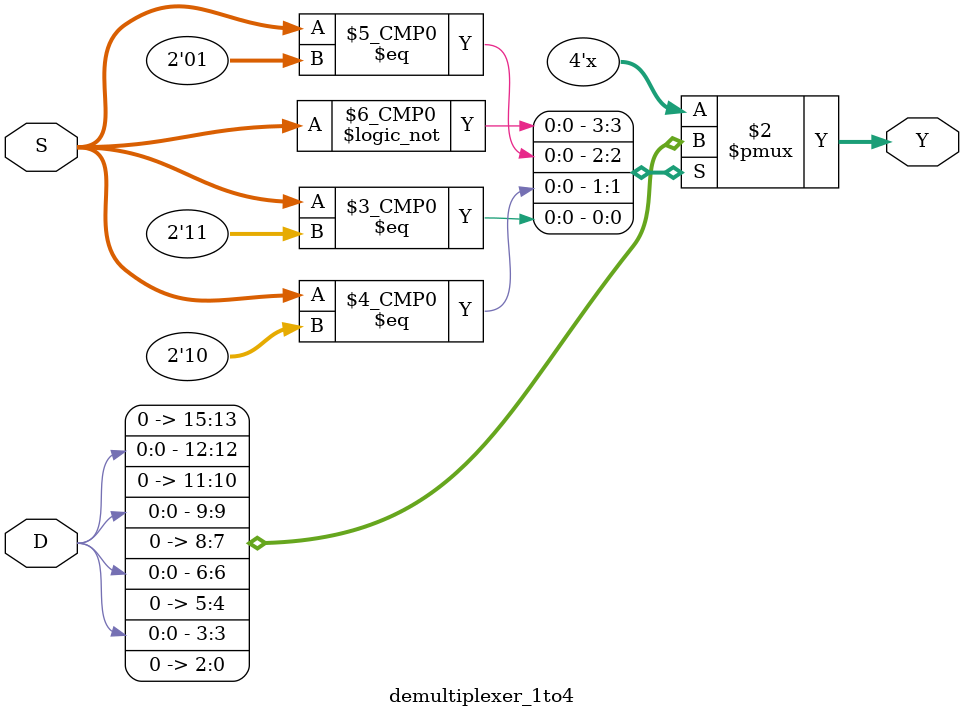
<source format=v>
module demultiplexer_1to4(S, D, Y);
input[1:0] S;
input D;
output[3:0] Y;
reg[3:0] Y;

always @ (S or D)
	case(S)
	2'b00: Y={3'b000, D};
	2'b01: Y={2'b00, D, 1'b0};
	2'b10: Y={1'b0, D, 2'b00};
	2'b11: Y={D, 3'b000};
	endcase
endmodule
</source>
